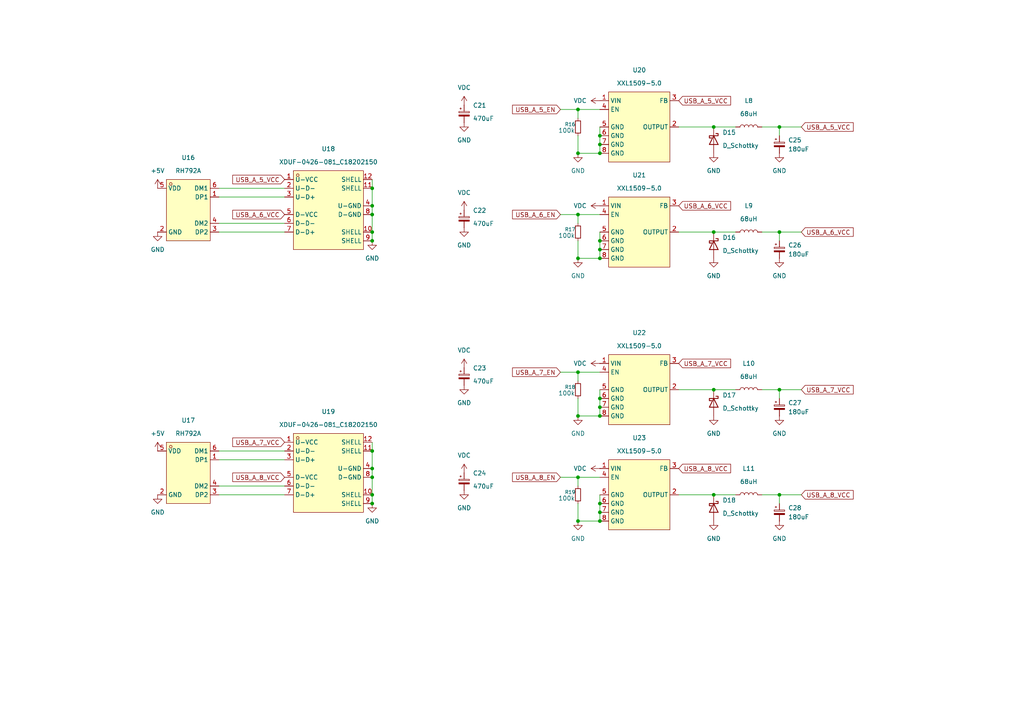
<source format=kicad_sch>
(kicad_sch (version 20250114) (generator "eeschema") (generator_version "9.0")
  (paper "A4")
  (lib_symbols
    (symbol "Device:C_Polarized_Small" (pin_numbers (hide yes)) (pin_names (offset 0.254) (hide yes))
      (property "Reference" "C" (at 0.254 1.778 0))
      (property "Value" "C_Polarized_Small" (at 0.254 -2.032 0))
      (symbol "C_Polarized_Small_0_1"
        (rectangle (start -1.524 0.6858) (end 1.524 0.3048))
        (rectangle (start -1.524 -0.3048) (end 1.524 -0.6858) (fill (type outline)))
        (polyline (pts (xy -1.27 1.524) (xy -0.762 1.524)))
        (polyline (pts (xy -1.016 1.27) (xy -1.016 1.778)))
      )
      (symbol "C_Polarized_Small_1_1"
        (pin passive line (at 0 2.54 270) (length 1.8542) (name "~") (number "1"))
        (pin passive line (at 0 -2.54 90) (length 1.8542) (name "~") (number "2"))
      )
    )
    (symbol "Device:D_Schottky" (pin_numbers (hide yes)) (pin_names (offset 1.016) (hide yes))
      (property "Reference" "D" (at 0 2.54 0))
      (property "Value" "D_Schottky" (at 0 -2.54 0))
      (symbol "D_Schottky_0_1"
        (polyline (pts (xy -1.905 0.635) (xy -1.905 1.27) (xy -1.27 1.27) (xy -1.27 -1.27) (xy -0.635 -1.27) (xy -0.635 -0.635)) (stroke (width 0.254)))
        (polyline (pts (xy 1.27 1.27) (xy 1.27 -1.27) (xy -1.27 0) (xy 1.27 1.27)) (stroke (width 0.254)))
        (polyline (pts (xy 1.27 0) (xy -1.27 0)))
      )
      (symbol "D_Schottky_1_1"
        (pin passive line (at -3.81 0 0) (length 2.54) (name "K") (number "1"))
        (pin passive line (at 3.81 0 180) (length 2.54) (name "A") (number "2"))
      )
    )
    (symbol "Device:L" (pin_numbers (hide yes)) (pin_names (offset 1.016) (hide yes))
      (property "Reference" "L" (at -1.27 0 90))
      (property "Value" "L" (at 1.905 0 90))
      (symbol "L_0_1"
        (arc (start 0 2.54) (mid 0.6323 1.905) (end 0 1.27))
        (arc (start 0 1.27) (mid 0.6323 0.635) (end 0 0))
        (arc (start 0 0) (mid 0.6323 -0.635) (end 0 -1.27))
        (arc (start 0 -1.27) (mid 0.6323 -1.905) (end 0 -2.54))
      )
      (symbol "L_1_1"
        (pin passive line (at 0 3.81 270) (length 1.27) (name "1") (number "1"))
        (pin passive line (at 0 -3.81 90) (length 1.27) (name "2") (number "2"))
      )
    )
    (symbol "Device:R_Small" (pin_numbers (hide yes)) (pin_names (offset 0.254) (hide yes))
      (property "Reference" "R" (at 0 0 90))
      (property "Value" "R_Small" (at 1.778 0 90))
      (symbol "R_Small_0_1"
        (rectangle (start -0.762 1.778) (end 0.762 -1.778) (stroke (width 0.2032)))
      )
      (symbol "R_Small_1_1"
        (pin passive line (at 0 2.54 270) (length 0.762) (name "~") (number "1"))
        (pin passive line (at 0 -2.54 90) (length 0.762) (name "~") (number "2"))
      )
    )
    (symbol "EasyEDA:RH792A"
      (property "Reference" "U" (at 0 7.62 0))
      (property "Value" "RH792A" (at 0 -14.986 0))
      (symbol "RH792A_0_1"
        (rectangle (start -6.35 5.08) (end 6.35 -12.7) (fill (type background)))
        (circle (center -5.08 3.81) (radius 0.38))
        (pin unspecified line (at -8.89 2.54 0) (length 2.54) (name "VDD") (number "5"))
        (pin unspecified line (at -8.89 -10.16 0) (length 2.54) (name "GND") (number "2"))
        (pin unspecified line (at 8.89 2.54 180) (length 2.54) (name "DM1") (number "6"))
        (pin unspecified line (at 8.89 0 180) (length 2.54) (name "DP1") (number "1"))
        (pin unspecified line (at 8.89 -7.62 180) (length 2.54) (name "DM2") (number "4"))
        (pin unspecified line (at 8.89 -10.16 180) (length 2.54) (name "DP2") (number "3"))
      )
    )
    (symbol "EasyEDA:XDUF-0426-081_C18202150"
      (property "Reference" "U" (at 0 15.24 0))
      (property "Value" "XDUF-0426-081_C18202150" (at 0 -12.7 0))
      (symbol "XDUF-0426-081_C18202150_0_1"
        (rectangle (start -10.16 12.7) (end 10.16 -10.16) (fill (type background)))
        (circle (center -8.89 11.43) (radius 0.38))
        (pin unspecified line (at -12.7 10.16 0) (length 2.54) (name "U-VCC") (number "1"))
        (pin unspecified line (at -12.7 7.62 0) (length 2.54) (name "U-D-") (number "2"))
        (pin unspecified line (at -12.7 5.08 0) (length 2.54) (name "U-D+") (number "3"))
        (pin unspecified line (at -12.7 0 0) (length 2.54) (name "D-VCC") (number "5"))
        (pin unspecified line (at -12.7 -2.54 0) (length 2.54) (name "D-D-") (number "6"))
        (pin unspecified line (at -12.7 -5.08 0) (length 2.54) (name "D-D+") (number "7"))
        (pin unspecified line (at 12.7 10.16 180) (length 2.54) (name "SHELL") (number "12"))
        (pin unspecified line (at 12.7 7.62 180) (length 2.54) (name "SHELL") (number "11"))
        (pin unspecified line (at 12.7 2.54 180) (length 2.54) (name "U-GND") (number "4"))
        (pin unspecified line (at 12.7 0 180) (length 2.54) (name "D-GND") (number "8"))
        (pin unspecified line (at 12.7 -5.08 180) (length 2.54) (name "SHELL") (number "10"))
        (pin unspecified line (at 12.7 -7.62 180) (length 2.54) (name "SHELL") (number "9"))
      )
    )
    (symbol "EasyEDA:XXL1509-5.0"
      (property "Reference" "U" (at 0 12.7 0))
      (property "Value" "XXL1509-5.0" (at 0 -12.7 0))
      (symbol "XXL1509-5.0_0_1"
        (rectangle (start -8.89 10.16) (end 8.89 -10.16) (fill (type background)))
        (pin unspecified line (at -11.43 7.62 0) (length 2.54) (name "FB") (number "3"))
        (pin unspecified line (at -11.43 0 0) (length 2.54) (name "OUTPUT") (number "2"))
        (pin unspecified line (at 11.43 7.62 180) (length 2.54) (name "VIN") (number "1"))
        (pin unspecified line (at 11.43 5.08 180) (length 2.54) (name "EN") (number "4"))
        (pin unspecified line (at 11.43 0 180) (length 2.54) (name "GND") (number "5"))
        (pin unspecified line (at 11.43 -2.54 180) (length 2.54) (name "GND") (number "6"))
        (pin unspecified line (at 11.43 -5.08 180) (length 2.54) (name "GND") (number "7"))
        (pin unspecified line (at 11.43 -7.62 180) (length 2.54) (name "GND") (number "8"))
      )
    )
    (symbol "power:+5V" (power) (pin_numbers (hide yes)) (pin_names (offset 0) (hide yes))
      (property "Value" "+5V" (at 0 3.556 0))
      (symbol "+5V_0_1"
        (polyline (pts (xy -0.762 1.27) (xy 0 2.54)))
        (polyline (pts (xy 0 2.54) (xy 0.762 1.27)))
        (polyline (pts (xy 0 0) (xy 0 2.54)))
      )
      (symbol "+5V_1_1"
        (pin power_in line (at 0 0 90) (length 0) (name "~") (number "1"))
      )
    )
    (symbol "power:GND" (power) (pin_numbers (hide yes)) (pin_names (offset 0) (hide yes))
      (property "Value" "GND" (at 0 -3.81 0))
      (symbol "GND_0_1"
        (polyline (pts (xy 0 0) (xy 0 -1.27) (xy 1.27 -1.27) (xy 0 -2.54) (xy -1.27 -1.27) (xy 0 -1.27)))
      )
      (symbol "GND_1_1"
        (pin power_in line (at 0 0 270) (length 0) (name "~") (number "1"))
      )
    )
    (symbol "power:VDC" (power) (pin_numbers (hide yes)) (pin_names (offset 0) (hide yes))
      (property "Value" "VDC" (at 0 3.556 0))
      (symbol "VDC_0_1"
        (polyline (pts (xy -0.762 1.27) (xy 0 2.54)))
        (polyline (pts (xy 0 2.54) (xy 0.762 1.27)))
        (polyline (pts (xy 0 0) (xy 0 2.54)))
      )
      (symbol "VDC_1_1"
        (pin power_in line (at 0 0 90) (length 0) (name "~") (number "1"))
      )
    )
  )
  (junction (at 167.64 120.65))
  (junction (at 173.99 39.37))
  (junction (at 107.95 130.81))
  (junction (at 107.95 69.85))
  (junction (at 173.99 72.39))
  (junction (at 173.99 44.45))
  (junction (at 207.01 36.83))
  (junction (at 107.95 138.43))
  (junction (at 107.95 62.23))
  (junction (at 207.01 67.31))
  (junction (at 167.64 151.13))
  (junction (at 107.95 146.05))
  (junction (at 107.95 67.31))
  (junction (at 173.99 69.85))
  (junction (at 167.64 31.75))
  (junction (at 107.95 54.61))
  (junction (at 207.01 113.03))
  (junction (at 173.99 146.05))
  (junction (at 226.06 67.31))
  (junction (at 167.64 138.43))
  (junction (at 226.06 36.83))
  (junction (at 107.95 59.69))
  (junction (at 167.64 44.45))
  (junction (at 173.99 41.91))
  (junction (at 207.01 143.51))
  (junction (at 173.99 151.13))
  (junction (at 173.99 74.93))
  (junction (at 173.99 120.65))
  (junction (at 107.95 143.51))
  (junction (at 167.64 74.93))
  (junction (at 226.06 143.51))
  (junction (at 167.64 62.23))
  (junction (at 167.64 107.95))
  (junction (at 107.95 135.89))
  (junction (at 226.06 113.03))
  (junction (at 173.99 148.59))
  (junction (at 173.99 118.11))
  (junction (at 173.99 115.57))
  (wire (pts (xy 63.5 130.81) (xy 82.55 130.81)))
  (wire (pts (xy 107.95 130.81) (xy 107.95 135.89)))
  (wire (pts (xy 107.95 138.43) (xy 107.95 143.51)))
  (wire (pts (xy 207.01 36.83) (xy 213.36 36.83)))
  (wire (pts (xy 207.01 143.51) (xy 213.36 143.51)))
  (wire (pts (xy 226.06 36.83) (xy 232.41 36.83)))
  (wire (pts (xy 167.64 107.95) (xy 167.64 110.49)))
  (wire (pts (xy 226.06 113.03) (xy 232.41 113.03)))
  (wire (pts (xy 226.06 67.31) (xy 232.41 67.31)))
  (wire (pts (xy 173.99 118.11) (xy 173.99 115.57)))
  (wire (pts (xy 220.98 143.51) (xy 226.06 143.51)))
  (wire (pts (xy 220.98 36.83) (xy 226.06 36.83)))
  (wire (pts (xy 207.01 113.03) (xy 213.36 113.03)))
  (wire (pts (xy 226.06 69.85) (xy 226.06 67.31)))
  (wire (pts (xy 107.95 135.89) (xy 107.95 138.43)))
  (wire (pts (xy 63.5 57.15) (xy 82.55 57.15)))
  (wire (pts (xy 63.5 64.77) (xy 82.55 64.77)))
  (wire (pts (xy 220.98 67.31) (xy 226.06 67.31)))
  (wire (pts (xy 167.64 120.65) (xy 173.99 120.65)))
  (wire (pts (xy 173.99 143.51) (xy 173.99 146.05)))
  (wire (pts (xy 173.99 113.03) (xy 173.99 115.57)))
  (wire (pts (xy 196.85 67.31) (xy 207.01 67.31)))
  (wire (pts (xy 207.01 67.31) (xy 213.36 67.31)))
  (wire (pts (xy 107.95 67.31) (xy 107.95 69.85)))
  (wire (pts (xy 173.99 41.91) (xy 173.99 39.37)))
  (wire (pts (xy 173.99 44.45) (xy 173.99 41.91)))
  (wire (pts (xy 167.64 62.23) (xy 167.64 64.77)))
  (wire (pts (xy 196.85 143.51) (xy 207.01 143.51)))
  (wire (pts (xy 173.99 148.59) (xy 173.99 146.05)))
  (wire (pts (xy 173.99 36.83) (xy 173.99 39.37)))
  (wire (pts (xy 173.99 120.65) (xy 173.99 118.11)))
  (wire (pts (xy 167.64 107.95) (xy 173.99 107.95)))
  (wire (pts (xy 167.64 44.45) (xy 167.64 39.37)))
  (wire (pts (xy 167.64 74.93) (xy 167.64 69.85)))
  (wire (pts (xy 63.5 133.35) (xy 82.55 133.35)))
  (wire (pts (xy 196.85 113.03) (xy 207.01 113.03)))
  (wire (pts (xy 63.5 143.51) (xy 82.55 143.51)))
  (wire (pts (xy 196.85 36.83) (xy 207.01 36.83)))
  (wire (pts (xy 226.06 39.37) (xy 226.06 36.83)))
  (wire (pts (xy 167.64 138.43) (xy 173.99 138.43)))
  (wire (pts (xy 226.06 146.05) (xy 226.06 143.51)))
  (wire (pts (xy 167.64 62.23) (xy 173.99 62.23)))
  (wire (pts (xy 167.64 120.65) (xy 167.64 115.57)))
  (wire (pts (xy 173.99 74.93) (xy 173.99 72.39)))
  (wire (pts (xy 226.06 143.51) (xy 232.41 143.51)))
  (wire (pts (xy 63.5 54.61) (xy 82.55 54.61)))
  (wire (pts (xy 107.95 59.69) (xy 107.95 62.23)))
  (wire (pts (xy 107.95 62.23) (xy 107.95 67.31)))
  (wire (pts (xy 167.64 74.93) (xy 173.99 74.93)))
  (wire (pts (xy 162.56 31.75) (xy 167.64 31.75)))
  (wire (pts (xy 107.95 128.27) (xy 107.95 130.81)))
  (wire (pts (xy 220.98 113.03) (xy 226.06 113.03)))
  (wire (pts (xy 167.64 138.43) (xy 167.64 140.97)))
  (wire (pts (xy 162.56 107.95) (xy 167.64 107.95)))
  (wire (pts (xy 107.95 54.61) (xy 107.95 59.69)))
  (wire (pts (xy 63.5 67.31) (xy 82.55 67.31)))
  (wire (pts (xy 167.64 151.13) (xy 167.64 146.05)))
  (wire (pts (xy 63.5 140.97) (xy 82.55 140.97)))
  (wire (pts (xy 167.64 31.75) (xy 167.64 34.29)))
  (wire (pts (xy 162.56 62.23) (xy 167.64 62.23)))
  (wire (pts (xy 173.99 72.39) (xy 173.99 69.85)))
  (wire (pts (xy 167.64 44.45) (xy 173.99 44.45)))
  (wire (pts (xy 173.99 67.31) (xy 173.99 69.85)))
  (wire (pts (xy 162.56 138.43) (xy 167.64 138.43)))
  (wire (pts (xy 107.95 52.07) (xy 107.95 54.61)))
  (wire (pts (xy 107.95 143.51) (xy 107.95 146.05)))
  (wire (pts (xy 226.06 115.57) (xy 226.06 113.03)))
  (wire (pts (xy 167.64 31.75) (xy 173.99 31.75)))
  (wire (pts (xy 167.64 151.13) (xy 173.99 151.13)))
  (wire (pts (xy 173.99 151.13) (xy 173.99 148.59)))
  (global_label "USB_A_7_VCC" (shape input) (at 82.55 128.27 180) (property "Intersheetrefs" "${INTERSHEET_REFS}" (effects (hide yes))))
  (global_label "USB_A_8_VCC" (shape input) (at 232.41 143.51 0) (property "Intersheetrefs" "${INTERSHEET_REFS}" (effects (hide yes))))
  (global_label "USB_A_5_VCC" (shape input) (at 196.85 29.21 0) (property "Intersheetrefs" "${INTERSHEET_REFS}" (effects (hide yes))))
  (global_label "USB_A_7_VCC" (shape input) (at 232.41 113.03 0) (property "Intersheetrefs" "${INTERSHEET_REFS}" (effects (hide yes))))
  (global_label "USB_A_5_VCC" (shape input) (at 232.41 36.83 0) (property "Intersheetrefs" "${INTERSHEET_REFS}" (effects (hide yes))))
  (global_label "USB_A_6_VCC" (shape input) (at 232.41 67.31 0) (property "Intersheetrefs" "${INTERSHEET_REFS}" (effects (hide yes))))
  (global_label "USB_A_8_VCC" (shape input) (at 82.55 138.43 180) (property "Intersheetrefs" "${INTERSHEET_REFS}" (effects (hide yes))))
  (global_label "USB_A_8_VCC" (shape input) (at 196.85 135.89 0) (property "Intersheetrefs" "${INTERSHEET_REFS}" (effects (hide yes))))
  (global_label "USB_A_8_EN" (shape input) (at 162.56 138.43 180) (property "Intersheetrefs" "${INTERSHEET_REFS}" (effects (hide yes))))
  (global_label "USB_A_7_VCC" (shape input) (at 196.85 105.41 0) (property "Intersheetrefs" "${INTERSHEET_REFS}" (effects (hide yes))))
  (global_label "USB_A_5_VCC" (shape input) (at 82.55 52.07 180) (property "Intersheetrefs" "${INTERSHEET_REFS}" (effects (hide yes))))
  (global_label "USB_A_6_VCC" (shape input) (at 82.55 62.23 180) (property "Intersheetrefs" "${INTERSHEET_REFS}" (effects (hide yes))))
  (global_label "USB_A_6_EN" (shape input) (at 162.56 62.23 180) (property "Intersheetrefs" "${INTERSHEET_REFS}" (effects (hide yes))))
  (global_label "USB_A_6_VCC" (shape input) (at 196.85 59.69 0) (property "Intersheetrefs" "${INTERSHEET_REFS}" (effects (hide yes))))
  (global_label "USB_A_7_EN" (shape input) (at 162.56 107.95 180) (property "Intersheetrefs" "${INTERSHEET_REFS}" (effects (hide yes))))
  (global_label "USB_A_5_EN" (shape input) (at 162.56 31.75 180) (property "Intersheetrefs" "${INTERSHEET_REFS}" (effects (hide yes))))
  (symbol (lib_id "EasyEDA:XXL1509-5.0") (at 185.42 36.83 0) (mirror y) (unit 1)
    (property "Reference" "U20" (at 185.42 20.32 0))
    (property "Value" "XXL1509-5.0" (at 185.42 24.13 0))
    (property "Footprint" "easyeda2kicad:SOIC-8_L4.9-W3.9-P1.27-LS6.0-BL" (effects (hide yes)))
    (property "LCSC Part" "C42376977" (effects (hide yes)))
  )
  (symbol (lib_id "power:GND") (at 167.64 120.65 0) (mirror y) (unit 1)
    (property "Reference" "#PWR0158" (effects (hide yes)))
    (property "Value" "GND" (at 167.64 125.73 0))
    (property "Description" "Power symbol creates a global label with name \"GND\" , ground" (effects (hide yes)))
  )
  (symbol (lib_id "Device:C_Polarized_Small") (at 226.06 148.59 0) (unit 1)
    (property "Reference" "C28" (at 228.6 147.32 0) (effects (justify left)))
    (property "Value" "180uF" (at 228.6 149.9488 0) (effects (justify left)))
    (property "Description" "Polarized capacitor, small symbol" (effects (hide yes)))
  )
  (symbol (lib_id "EasyEDA:RH792A") (at 54.61 133.35 0) (unit 1)
    (property "Reference" "U17" (at 54.61 121.92 0))
    (property "Value" "RH792A" (at 54.61 125.73 0))
    (property "Footprint" "easyeda2kicad:SOT-23-6_L2.9-W1.6-P0.95-LS2.9-BL" (effects (hide yes)))
    (property "LCSC Part" "C240192" (effects (hide yes)))
  )
  (symbol (lib_id "EasyEDA:XXL1509-5.0") (at 185.42 113.03 0) (mirror y) (unit 1)
    (property "Reference" "U22" (at 185.42 96.52 0))
    (property "Value" "XXL1509-5.0" (at 185.42 100.33 0))
    (property "Footprint" "easyeda2kicad:SOIC-8_L4.9-W3.9-P1.27-LS6.0-BL" (effects (hide yes)))
    (property "LCSC Part" "C42376977" (effects (hide yes)))
  )
  (symbol (lib_id "power:GND") (at 207.01 74.93 0) (unit 1)
    (property "Reference" "#PWR0165" (effects (hide yes)))
    (property "Value" "GND" (at 207.01 80.01 0))
    (property "Description" "Power symbol creates a global label with name \"GND\" , ground" (effects (hide yes)))
  )
  (symbol (lib_id "Device:C_Polarized_Small") (at 134.62 109.22 0) (unit 1)
    (property "Reference" "C23" (at 137.16 106.7688 0) (effects (justify left)))
    (property "Value" "470uF" (at 137.16 110.5788 0) (effects (justify left)))
    (property "Description" "Polarized capacitor, small symbol" (effects (hide yes)))
  )
  (symbol (lib_id "Device:L") (at 217.17 143.51 90) (unit 1)
    (property "Reference" "L11" (at 217.17 135.89 90))
    (property "Value" "68uH" (at 217.17 139.7 90))
    (property "Description" "Inductor" (effects (hide yes)))
  )
  (symbol (lib_id "Device:L") (at 217.17 67.31 90) (unit 1)
    (property "Reference" "L9" (at 217.17 59.69 90))
    (property "Value" "68uH" (at 217.17 63.5 90))
    (property "Description" "Inductor" (effects (hide yes)))
  )
  (symbol (lib_id "Device:C_Polarized_Small") (at 134.62 33.02 0) (unit 1)
    (property "Reference" "C21" (at 137.16 30.5688 0) (effects (justify left)))
    (property "Value" "470uF" (at 137.16 34.3788 0) (effects (justify left)))
    (property "Description" "Polarized capacitor, small symbol" (effects (hide yes)))
  )
  (symbol (lib_id "power:VDC") (at 173.99 135.89 90) (unit 1)
    (property "Reference" "#PWR0163" (effects (hide yes)))
    (property "Value" "VDC" (at 170.18 135.8899 90) (effects (justify left)))
    (property "Description" "Power symbol creates a global label with name \"VDC\"" (effects (hide yes)))
  )
  (symbol (lib_id "power:GND") (at 134.62 66.04 0) (unit 1)
    (property "Reference" "#PWR0151" (effects (hide yes)))
    (property "Value" "GND" (at 134.62 71.12 0))
    (property "Description" "Power symbol creates a global label with name \"GND\" , ground" (effects (hide yes)))
  )
  (symbol (lib_id "Device:C_Polarized_Small") (at 226.06 72.39 0) (unit 1)
    (property "Reference" "C26" (at 228.6 71.12 0) (effects (justify left)))
    (property "Value" "180uF" (at 228.6 73.7488 0) (effects (justify left)))
    (property "Description" "Polarized capacitor, small symbol" (effects (hide yes)))
  )
  (symbol (lib_id "power:GND") (at 207.01 120.65 0) (unit 1)
    (property "Reference" "#PWR0166" (effects (hide yes)))
    (property "Value" "GND" (at 207.01 125.73 0))
    (property "Description" "Power symbol creates a global label with name \"GND\" , ground" (effects (hide yes)))
  )
  (symbol (lib_id "power:GND") (at 207.01 44.45 0) (unit 1)
    (property "Reference" "#PWR0164" (effects (hide yes)))
    (property "Value" "GND" (at 207.01 49.53 0))
    (property "Description" "Power symbol creates a global label with name \"GND\" , ground" (effects (hide yes)))
  )
  (symbol (lib_id "Device:D_Schottky") (at 207.01 116.84 270) (unit 1)
    (property "Reference" "D17" (at 209.55 114.6174 90) (effects (justify left)))
    (property "Value" "D_Schottky" (at 209.55 118.4274 90) (effects (justify left)))
    (property "Description" "Schottky diode" (effects (hide yes)))
  )
  (symbol (lib_id "power:GND") (at 226.06 74.93 0) (unit 1)
    (property "Reference" "#PWR0169" (effects (hide yes)))
    (property "Value" "GND" (at 226.06 80.01 0))
    (property "Description" "Power symbol creates a global label with name \"GND\" , ground" (effects (hide yes)))
  )
  (symbol (lib_id "power:+5V") (at 45.72 54.61 0) (unit 1)
    (property "Reference" "#PWR0142" (effects (hide yes)))
    (property "Value" "+5V" (at 45.72 49.53 0))
    (property "Description" "Power symbol creates a global label with name \"+5V\"" (effects (hide yes)))
  )
  (symbol (lib_id "power:VDC") (at 173.99 105.41 90) (unit 1)
    (property "Reference" "#PWR0162" (effects (hide yes)))
    (property "Value" "VDC" (at 170.18 105.4099 90) (effects (justify left)))
    (property "Description" "Power symbol creates a global label with name \"VDC\"" (effects (hide yes)))
  )
  (symbol (lib_id "EasyEDA:XXL1509-5.0") (at 185.42 67.31 0) (mirror y) (unit 1)
    (property "Reference" "U21" (at 185.42 50.8 0))
    (property "Value" "XXL1509-5.0" (at 185.42 54.61 0))
    (property "Footprint" "easyeda2kicad:SOIC-8_L4.9-W3.9-P1.27-LS6.0-BL" (effects (hide yes)))
    (property "LCSC Part" "C42376977" (effects (hide yes)))
  )
  (symbol (lib_id "power:GND") (at 134.62 111.76 0) (unit 1)
    (property "Reference" "#PWR0153" (effects (hide yes)))
    (property "Value" "GND" (at 134.62 116.84 0))
    (property "Description" "Power symbol creates a global label with name \"GND\" , ground" (effects (hide yes)))
  )
  (symbol (lib_id "Device:R_Small") (at 167.64 67.31 180) (unit 1)
    (property "Reference" "R17" (at 165.354 66.548 0) (effects (font (size 1.016 1.016))))
    (property "Value" "100k" (at 164.338 68.326 0))
    (property "Description" "Resistor, small symbol" (effects (hide yes)))
  )
  (symbol (lib_id "power:GND") (at 207.01 151.13 0) (unit 1)
    (property "Reference" "#PWR0167" (effects (hide yes)))
    (property "Value" "GND" (at 207.01 156.21 0))
    (property "Description" "Power symbol creates a global label with name \"GND\" , ground" (effects (hide yes)))
  )
  (symbol (lib_id "Device:L") (at 217.17 36.83 90) (unit 1)
    (property "Reference" "L8" (at 217.17 29.21 90))
    (property "Value" "68uH" (at 217.17 33.02 90))
    (property "Description" "Inductor" (effects (hide yes)))
  )
  (symbol (lib_id "Device:R_Small") (at 167.64 143.51 180) (unit 1)
    (property "Reference" "R19" (at 165.354 142.748 0) (effects (font (size 1.016 1.016))))
    (property "Value" "100k" (at 164.338 144.526 0))
    (property "Description" "Resistor, small symbol" (effects (hide yes)))
  )
  (symbol (lib_id "EasyEDA:RH792A") (at 54.61 57.15 0) (unit 1)
    (property "Reference" "U16" (at 54.61 45.72 0))
    (property "Value" "RH792A" (at 54.61 49.53 0))
    (property "Footprint" "easyeda2kicad:SOT-23-6_L2.9-W1.6-P0.95-LS2.9-BL" (effects (hide yes)))
    (property "LCSC Part" "C240192" (effects (hide yes)))
  )
  (symbol (lib_id "power:GND") (at 167.64 44.45 0) (mirror y) (unit 1)
    (property "Reference" "#PWR0156" (effects (hide yes)))
    (property "Value" "GND" (at 167.64 49.53 0))
    (property "Description" "Power symbol creates a global label with name \"GND\" , ground" (effects (hide yes)))
  )
  (symbol (lib_id "EasyEDA:XDUF-0426-081_C18202150") (at 95.25 62.23 0) (unit 1)
    (property "Reference" "U18" (at 95.25 43.18 0))
    (property "Value" "XDUF-0426-081_C18202150" (at 95.25 46.99 0))
    (property "Footprint" "easyeda2kicad:USB-A-TH_XDUF-0426-081" (effects (hide yes)))
    (property "LCSC Part" "C18202150" (effects (hide yes)))
  )
  (symbol (lib_id "EasyEDA:XXL1509-5.0") (at 185.42 143.51 0) (mirror y) (unit 1)
    (property "Reference" "U23" (at 185.42 127 0))
    (property "Value" "XXL1509-5.0" (at 185.42 130.81 0))
    (property "Footprint" "easyeda2kicad:SOIC-8_L4.9-W3.9-P1.27-LS6.0-BL" (effects (hide yes)))
    (property "LCSC Part" "C42376977" (effects (hide yes)))
  )
  (symbol (lib_id "Device:C_Polarized_Small") (at 134.62 63.5 0) (unit 1)
    (property "Reference" "C22" (at 137.16 61.0488 0) (effects (justify left)))
    (property "Value" "470uF" (at 137.16 64.8588 0) (effects (justify left)))
    (property "Description" "Polarized capacitor, small symbol" (effects (hide yes)))
  )
  (symbol (lib_id "Device:D_Schottky") (at 207.01 71.12 270) (unit 1)
    (property "Reference" "D16" (at 209.55 68.8974 90) (effects (justify left)))
    (property "Value" "D_Schottky" (at 209.55 72.7074 90) (effects (justify left)))
    (property "Description" "Schottky diode" (effects (hide yes)))
  )
  (symbol (lib_id "power:VDC") (at 134.62 106.68 0) (unit 1)
    (property "Reference" "#PWR0152" (effects (hide yes)))
    (property "Value" "VDC" (at 134.62 101.6 0))
    (property "Description" "Power symbol creates a global label with name \"VDC\"" (effects (hide yes)))
  )
  (symbol (lib_id "power:GND") (at 107.95 69.85 0) (unit 1)
    (property "Reference" "#PWR0146" (effects (hide yes)))
    (property "Value" "GND" (at 107.95 74.93 0))
    (property "Description" "Power symbol creates a global label with name \"GND\" , ground" (effects (hide yes)))
  )
  (symbol (lib_id "power:GND") (at 134.62 35.56 0) (unit 1)
    (property "Reference" "#PWR0149" (effects (hide yes)))
    (property "Value" "GND" (at 134.62 40.64 0))
    (property "Description" "Power symbol creates a global label with name \"GND\" , ground" (effects (hide yes)))
  )
  (symbol (lib_id "Device:D_Schottky") (at 207.01 40.64 270) (unit 1)
    (property "Reference" "D15" (at 209.55 38.4174 90) (effects (justify left)))
    (property "Value" "D_Schottky" (at 209.55 42.2274 90) (effects (justify left)))
    (property "Description" "Schottky diode" (effects (hide yes)))
  )
  (symbol (lib_id "Device:D_Schottky") (at 207.01 147.32 270) (unit 1)
    (property "Reference" "D18" (at 209.55 145.0974 90) (effects (justify left)))
    (property "Value" "D_Schottky" (at 209.55 148.9074 90) (effects (justify left)))
    (property "Description" "Schottky diode" (effects (hide yes)))
  )
  (symbol (lib_id "power:VDC") (at 134.62 137.16 0) (unit 1)
    (property "Reference" "#PWR0154" (effects (hide yes)))
    (property "Value" "VDC" (at 134.62 132.08 0))
    (property "Description" "Power symbol creates a global label with name \"VDC\"" (effects (hide yes)))
  )
  (symbol (lib_id "power:+5V") (at 45.72 130.81 0) (unit 1)
    (property "Reference" "#PWR0144" (effects (hide yes)))
    (property "Value" "+5V" (at 45.72 125.73 0))
    (property "Description" "Power symbol creates a global label with name \"+5V\"" (effects (hide yes)))
  )
  (symbol (lib_id "power:GND") (at 167.64 151.13 0) (mirror y) (unit 1)
    (property "Reference" "#PWR0159" (effects (hide yes)))
    (property "Value" "GND" (at 167.64 156.21 0))
    (property "Description" "Power symbol creates a global label with name \"GND\" , ground" (effects (hide yes)))
  )
  (symbol (lib_id "Device:L") (at 217.17 113.03 90) (unit 1)
    (property "Reference" "L10" (at 217.17 105.41 90))
    (property "Value" "68uH" (at 217.17 109.22 90))
    (property "Description" "Inductor" (effects (hide yes)))
  )
  (symbol (lib_id "power:VDC") (at 173.99 59.69 90) (unit 1)
    (property "Reference" "#PWR0161" (effects (hide yes)))
    (property "Value" "VDC" (at 170.18 59.6899 90) (effects (justify left)))
    (property "Description" "Power symbol creates a global label with name \"VDC\"" (effects (hide yes)))
  )
  (symbol (lib_id "Device:R_Small") (at 167.64 113.03 180) (unit 1)
    (property "Reference" "R18" (at 165.354 112.268 0) (effects (font (size 1.016 1.016))))
    (property "Value" "100k" (at 164.338 114.046 0))
    (property "Description" "Resistor, small symbol" (effects (hide yes)))
  )
  (symbol (lib_id "EasyEDA:XDUF-0426-081_C18202150") (at 95.25 138.43 0) (unit 1)
    (property "Reference" "U19" (at 95.25 119.38 0))
    (property "Value" "XDUF-0426-081_C18202150" (at 95.25 123.19 0))
    (property "Footprint" "easyeda2kicad:USB-A-TH_XDUF-0426-081" (effects (hide yes)))
    (property "LCSC Part" "C18202150" (effects (hide yes)))
  )
  (symbol (lib_id "power:GND") (at 107.95 146.05 0) (unit 1)
    (property "Reference" "#PWR0147" (effects (hide yes)))
    (property "Value" "GND" (at 107.95 151.13 0))
    (property "Description" "Power symbol creates a global label with name \"GND\" , ground" (effects (hide yes)))
  )
  (symbol (lib_id "power:GND") (at 226.06 120.65 0) (unit 1)
    (property "Reference" "#PWR0170" (effects (hide yes)))
    (property "Value" "GND" (at 226.06 125.73 0))
    (property "Description" "Power symbol creates a global label with name \"GND\" , ground" (effects (hide yes)))
  )
  (symbol (lib_id "Device:C_Polarized_Small") (at 134.62 139.7 0) (unit 1)
    (property "Reference" "C24" (at 137.16 137.2488 0) (effects (justify left)))
    (property "Value" "470uF" (at 137.16 141.0588 0) (effects (justify left)))
    (property "Description" "Polarized capacitor, small symbol" (effects (hide yes)))
  )
  (symbol (lib_id "power:GND") (at 45.72 67.31 0) (unit 1)
    (property "Reference" "#PWR0143" (effects (hide yes)))
    (property "Value" "GND" (at 45.72 72.39 0))
    (property "Description" "Power symbol creates a global label with name \"GND\" , ground" (effects (hide yes)))
  )
  (symbol (lib_id "power:GND") (at 226.06 151.13 0) (unit 1)
    (property "Reference" "#PWR0171" (effects (hide yes)))
    (property "Value" "GND" (at 226.06 156.21 0))
    (property "Description" "Power symbol creates a global label with name \"GND\" , ground" (effects (hide yes)))
  )
  (symbol (lib_id "power:GND") (at 134.62 142.24 0) (unit 1)
    (property "Reference" "#PWR0155" (effects (hide yes)))
    (property "Value" "GND" (at 134.62 147.32 0))
    (property "Description" "Power symbol creates a global label with name \"GND\" , ground" (effects (hide yes)))
  )
  (symbol (lib_id "Device:C_Polarized_Small") (at 226.06 41.91 0) (unit 1)
    (property "Reference" "C25" (at 228.6 40.64 0) (effects (justify left)))
    (property "Value" "180uF" (at 228.6 43.2688 0) (effects (justify left)))
    (property "Description" "Polarized capacitor, small symbol" (effects (hide yes)))
  )
  (symbol (lib_id "power:GND") (at 167.64 74.93 0) (mirror y) (unit 1)
    (property "Reference" "#PWR0157" (effects (hide yes)))
    (property "Value" "GND" (at 167.64 80.01 0))
    (property "Description" "Power symbol creates a global label with name \"GND\" , ground" (effects (hide yes)))
  )
  (symbol (lib_id "power:GND") (at 226.06 44.45 0) (unit 1)
    (property "Reference" "#PWR0168" (effects (hide yes)))
    (property "Value" "GND" (at 226.06 49.53 0))
    (property "Description" "Power symbol creates a global label with name \"GND\" , ground" (effects (hide yes)))
  )
  (symbol (lib_id "power:VDC") (at 173.99 29.21 90) (unit 1)
    (property "Reference" "#PWR0160" (effects (hide yes)))
    (property "Value" "VDC" (at 170.18 29.2099 90) (effects (justify left)))
    (property "Description" "Power symbol creates a global label with name \"VDC\"" (effects (hide yes)))
  )
  (symbol (lib_id "power:VDC") (at 134.62 30.48 0) (unit 1)
    (property "Reference" "#PWR0148" (effects (hide yes)))
    (property "Value" "VDC" (at 134.62 25.4 0))
    (property "Description" "Power symbol creates a global label with name \"VDC\"" (effects (hide yes)))
  )
  (symbol (lib_id "power:GND") (at 45.72 143.51 0) (unit 1)
    (property "Reference" "#PWR0145" (effects (hide yes)))
    (property "Value" "GND" (at 45.72 148.59 0))
    (property "Description" "Power symbol creates a global label with name \"GND\" , ground" (effects (hide yes)))
  )
  (symbol (lib_id "Device:R_Small") (at 167.64 36.83 180) (unit 1)
    (property "Reference" "R16" (at 165.354 36.068 0) (effects (font (size 1.016 1.016))))
    (property "Value" "100k" (at 164.338 37.846 0))
    (property "Description" "Resistor, small symbol" (effects (hide yes)))
  )
  (symbol (lib_id "power:VDC") (at 134.62 60.96 0) (unit 1)
    (property "Reference" "#PWR0150" (effects (hide yes)))
    (property "Value" "VDC" (at 134.62 55.88 0))
    (property "Description" "Power symbol creates a global label with name \"VDC\"" (effects (hide yes)))
  )
  (symbol (lib_id "Device:C_Polarized_Small") (at 226.06 118.11 0) (unit 1)
    (property "Reference" "C27" (at 228.6 116.84 0) (effects (justify left)))
    (property "Value" "180uF" (at 228.6 119.4688 0) (effects (justify left)))
    (property "Description" "Polarized capacitor, small symbol" (effects (hide yes)))
  )
)
</source>
